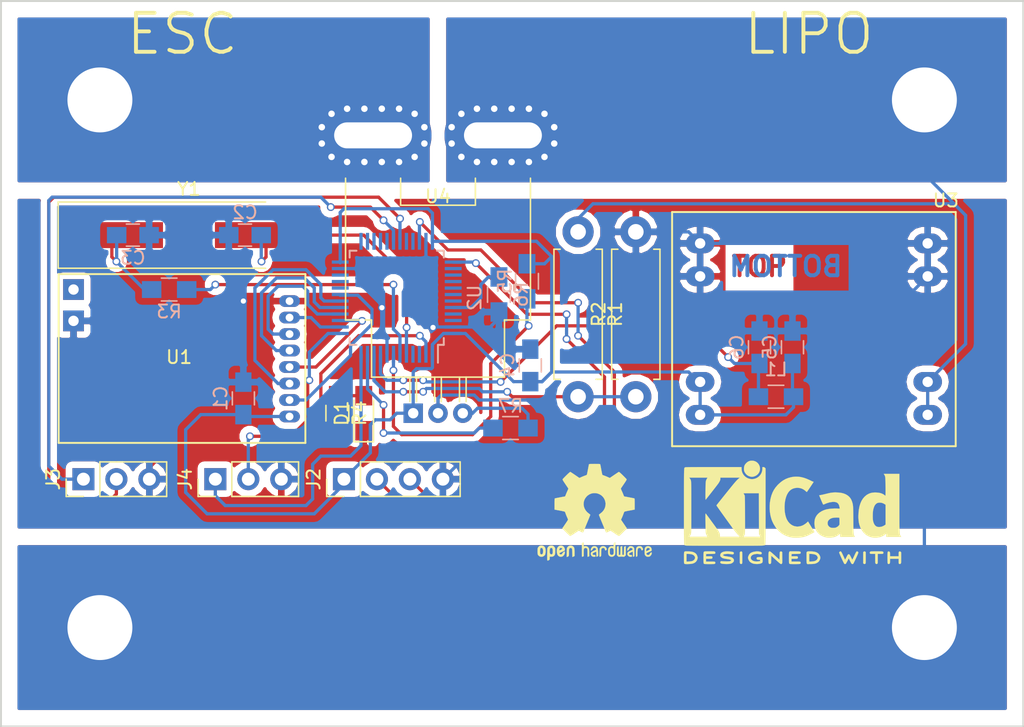
<source format=kicad_pcb>
(kicad_pcb (version 4) (host pcbnew 4.0.7)
  (layers (0 F.Cu signal) (31 B.Cu signal) (34 B.Paste user) (35 F.Paste user) (36 B.SilkS user) (37 F.SilkS user) (38 B.Mask user) (39 F.Mask user) (44 Edge.Cuts user))
  (net 0 "")
  (net 1 +3V3)
  (net 2 "Net-(C2-Pad1)")
  (net 3 "Net-(C3-Pad1)")
  (net 4 "Net-(C6-Pad2)")
  (net 5 "Net-(D1-Pad2)")
  (net 6 SYS_JTMS_SWDIO)
  (net 7 SYS_JTMS_SWCLK)
  (net 8 UART1_TX)
  (net 9 UART1_RX)
  (net 10 UART2_TX)
  (net 11 UART2_RX)
  (net 12 +BATT)
  (net 13 ADC_VOLTAGE)
  (net 14 "Net-(R3-Pad2)")
  (net 15 "Net-(R4-Pad2)")
  (net 16 "Net-(R5-Pad2)")
  (net 17 "Net-(R6-Pad2)")
  (net 18 "Net-(R7-Pad1)")
  (net 19 ADC_CURRENT)
  (net 20 CC1101_GDO0)
  (net 21 CC1101_CSN)
  (net 22 CC1101_SCK)
  (net 23 CC1101_MOSI)
  (net 24 CC1101_MISO)
  (net 25 CC1101_GDO2)
  (net 26 "Net-(U1-Pad9)")
  (net 27 "Net-(U2-Pad3)")
  (net 28 "Net-(U2-Pad4)")
  (net 29 "Net-(U2-Pad20)")
  (net 30 "Net-(U2-Pad25)")
  (net 31 "Net-(U2-Pad29)")
  (net 32 "Net-(U2-Pad32)")
  (net 33 "Net-(U2-Pad33)")
  (net 34 "Net-(U2-Pad38)")
  (net 35 "Net-(U2-Pad39)")
  (net 36 "Net-(U2-Pad40)")
  (net 37 "Net-(U2-Pad41)")
  (net 38 "Net-(U2-Pad45)")
  (net 39 "Net-(U2-Pad46)")
  (net 40 GND)
  (net 41 "Net-(J10-Pad1)")
  (net 42 "Net-(U2-Pad21)")
  (net 43 "Net-(U2-Pad22)")
  (net 44 "Net-(U2-Pad26)")
  (net 45 "Net-(U2-Pad27)")
  (net 46 "Net-(U2-Pad28)")
  (net 47 "Net-(U2-Pad42)")
  (net 48 "Net-(U2-Pad43)")
  (module "telemetry_components:E07-915MS10 module" (layer F.Cu) (at 56.515 72.136 180)
    (fp_text reference U1 (at 9.779 6.604 180) (layer F.SilkS))
    (fp_text value E07-915MS10)
    (pad 1 thru_hole oval (at 1.27 2.032 180) (size 1.6 0.9) (drill 0.6) (layers *.Cu *.Mask) (net 1 +3V3))
    (pad 2 thru_hole oval (at 1.27 3.302 180) (size 1.6 0.9) (drill 0.6) (layers *.Cu *.Mask) (net 20 CC1101_GDO0))
    (pad 3 thru_hole oval (at 1.27 4.572 180) (size 1.6 0.9) (drill 0.6) (layers *.Cu *.Mask) (net 21 CC1101_CSN))
    (pad 4 thru_hole oval (at 1.27 5.842 180) (size 1.6 0.9) (drill 0.6) (layers *.Cu *.Mask) (net 22 CC1101_SCK))
    (pad 5 thru_hole oval (at 1.27 7.112 180) (size 1.6 0.9) (drill 0.6) (layers *.Cu *.Mask) (net 23 CC1101_MOSI))
    (pad 6 thru_hole oval (at 1.27 8.382 180) (size 1.6 0.9) (drill 0.6) (layers *.Cu *.Mask) (net 24 CC1101_MISO))
    (pad 7 thru_hole oval (at 1.27 9.652 180) (size 1.6 0.9) (drill 0.6) (layers *.Cu *.Mask) (net 25 CC1101_GDO2))
    (pad 8 thru_hole oval (at 1.27 10.922 180) (size 1.6 0.9) (drill 0.6) (layers *.Cu *.Mask) (net 40 GND))
    (pad 9 thru_hole rect (at 17.907 11.811 180) (size 1.6 1.6) (drill 0.8) (layers *.Cu *.Mask) (net 26 "Net-(U1-Pad9)"))
    (pad 10 thru_hole rect (at 17.907 9.398 180) (size 1.6 1.6) (drill 0.8) (layers *.Cu *.Mask) (net 40 GND))
  )
  (module Capacitors_SMD:C_0805_HandSoldering (layer B.Cu) (at 51.689 68.707 270)
    (fp_text reference C1 (at 0 1.75 270) (layer B.SilkS) (effects (justify mirror)))
    (fp_text value 0.1)
    (pad 1 smd rect (at -1.25 0 270) (size 1.5 1.25) (layers B.Cu B.Paste B.Mask) (net 40 GND))
    (pad 2 smd rect (at 1.25 0 270) (size 1.5 1.25) (layers B.Cu B.Paste B.Mask) (net 1 +3V3))
  )
  (module Capacitors_SMD:C_0805_HandSoldering (layer B.Cu) (at 51.816 56.134 180)
    (fp_text reference C2 (at 0 1.75 180) (layer B.SilkS) (effects (justify mirror)))
    (fp_text value 32pF)
    (pad 1 smd rect (at -1.25 0 180) (size 1.5 1.25) (layers B.Cu B.Paste B.Mask) (net 2 "Net-(C2-Pad1)"))
    (pad 2 smd rect (at 1.25 0 180) (size 1.5 1.25) (layers B.Cu B.Paste B.Mask) (net 40 GND))
  )
  (module Capacitors_SMD:C_0805_HandSoldering (layer B.Cu) (at 43.18 56.134)
    (fp_text reference C3 (at 0 1.75) (layer B.SilkS) (effects (justify mirror)))
    (fp_text value 32pF)
    (pad 1 smd rect (at -1.25 0) (size 1.5 1.25) (layers B.Cu B.Paste B.Mask) (net 3 "Net-(C3-Pad1)"))
    (pad 2 smd rect (at 1.25 0) (size 1.5 1.25) (layers B.Cu B.Paste B.Mask) (net 40 GND))
  )
  (module Capacitors_SMD:C_0805_HandSoldering (layer B.Cu) (at 73.787 66.167 270)
    (fp_text reference C4 (at 0 1.75 270) (layer B.SilkS) (effects (justify mirror)))
    (fp_text value 0.1)
    (pad 1 smd rect (at -1.25 0 270) (size 1.5 1.25) (layers B.Cu B.Paste B.Mask) (net 40 GND))
    (pad 2 smd rect (at 1.25 0 270) (size 1.5 1.25) (layers B.Cu B.Paste B.Mask) (net 1 +3V3))
  )
  (module Capacitors_SMD:C_0805_HandSoldering (layer B.Cu) (at 93.98 64.77 270)
    (fp_text reference C5 (at 0 1.75 270) (layer B.SilkS) (effects (justify mirror)))
    (fp_text value 0.1)
    (pad 1 smd rect (at -1.25 0 270) (size 1.5 1.25) (layers B.Cu B.Paste B.Mask) (net 40 GND))
    (pad 2 smd rect (at 1.25 0 270) (size 1.5 1.25) (layers B.Cu B.Paste B.Mask) (net 1 +3V3))
  )
  (module Capacitors_SMD:C_0805_HandSoldering (layer B.Cu) (at 91.44 64.77 270)
    (fp_text reference C6 (at 0 1.75 270) (layer B.SilkS) (effects (justify mirror)))
    (fp_text value 1mF)
    (pad 1 smd rect (at -1.25 0 270) (size 1.5 1.25) (layers B.Cu B.Paste B.Mask) (net 40 GND))
    (pad 2 smd rect (at 1.25 0 270) (size 1.5 1.25) (layers B.Cu B.Paste B.Mask) (net 4 "Net-(C6-Pad2)"))
  )
  (module LEDs:LED_0805_HandSoldering (layer F.Cu) (at 60.96 69.85 90)
    (fp_text reference D1 (at 0 -1.7 90) (layer F.SilkS))
    (fp_text value LED)
    (pad 1 smd rect (at -1.35 0 90) (size 1.5 1.3) (layers F.Cu F.Paste F.Mask) (net 40 GND))
    (pad 2 smd rect (at 1.35 0 90) (size 1.5 1.3) (layers F.Cu F.Paste F.Mask) (net 5 "Net-(D1-Pad2)"))
  )
  (module Pin_Headers:Pin_Header_Straight_1x04_Pitch2.54mm (layer F.Cu) (at 59.436 74.93 90)
    (fp_text reference J2 (at 0 -2.33 90) (layer F.SilkS))
    (fp_text value SWD)
    (pad 1 thru_hole rect (at 0 0 90) (size 1.7 1.7) (drill 1) (layers *.Cu *.Mask) (net 1 +3V3))
    (pad 2 thru_hole oval (at 0 2.54 90) (size 1.7 1.7) (drill 1) (layers *.Cu *.Mask) (net 6 SYS_JTMS_SWDIO))
    (pad 3 thru_hole oval (at 0 5.08 90) (size 1.7 1.7) (drill 1) (layers *.Cu *.Mask) (net 7 SYS_JTMS_SWCLK))
    (pad 4 thru_hole oval (at 0 7.62 90) (size 1.7 1.7) (drill 1) (layers *.Cu *.Mask) (net 40 GND))
  )
  (module Pin_Headers:Pin_Header_Straight_1x03_Pitch2.54mm (layer F.Cu) (at 39.37 74.93 90)
    (fp_text reference J3 (at 0 -2.33 90) (layer F.SilkS))
    (fp_text value SYSLOG_UART1)
    (pad 1 thru_hole rect (at 0 0 90) (size 1.7 1.7) (drill 1) (layers *.Cu *.Mask) (net 8 UART1_TX))
    (pad 2 thru_hole oval (at 0 2.54 90) (size 1.7 1.7) (drill 1) (layers *.Cu *.Mask) (net 9 UART1_RX))
    (pad 3 thru_hole oval (at 0 5.08 90) (size 1.7 1.7) (drill 1) (layers *.Cu *.Mask) (net 40 GND))
  )
  (module Pin_Headers:Pin_Header_Straight_1x03_Pitch2.54mm (layer F.Cu) (at 49.53 74.93 90)
    (fp_text reference J4 (at 0 -2.33 90) (layer F.SilkS))
    (fp_text value UART2)
    (pad 1 thru_hole rect (at 0 0 90) (size 1.7 1.7) (drill 1) (layers *.Cu *.Mask) (net 10 UART2_TX))
    (pad 2 thru_hole oval (at 0 2.54 90) (size 1.7 1.7) (drill 1) (layers *.Cu *.Mask) (net 11 UART2_RX))
    (pad 3 thru_hole oval (at 0 5.08 90) (size 1.7 1.7) (drill 1) (layers *.Cu *.Mask) (net 40 GND))
  )
  (module Inductors_SMD:L_0805_HandSoldering (layer B.Cu) (at 92.71 68.58 180)
    (fp_text reference L1 (at 0 2.1 180) (layer B.SilkS) (effects (justify mirror)))
    (fp_text value Ferrite_Bead)
    (pad 1 smd rect (at -1.35 0 180) (size 1.5 1.3) (layers B.Cu B.Paste B.Mask) (net 1 +3V3))
    (pad 2 smd rect (at 1.35 0 180) (size 1.5 1.3) (layers B.Cu B.Paste B.Mask) (net 4 "Net-(C6-Pad2)"))
  )
  (module Resistors_THT:R_Axial_DIN0411_L9.9mm_D3.6mm_P12.70mm_Horizontal (layer F.Cu) (at 77.47 55.88 270)
    (fp_text reference R1 (at 6.35 -2.86 270) (layer F.SilkS))
    (fp_text value 12k)
    (pad 1 thru_hole circle (at 0 0 270) (size 2.4 2.4) (drill 1.2) (layers *.Cu *.Mask) (net 12 +BATT))
    (pad 2 thru_hole oval (at 12.7 0 270) (size 2.4 2.4) (drill 1.2) (layers *.Cu *.Mask) (net 13 ADC_VOLTAGE))
  )
  (module Resistors_THT:R_Axial_DIN0411_L9.9mm_D3.6mm_P12.70mm_Horizontal (layer F.Cu) (at 81.915 68.58 90)
    (fp_text reference R2 (at 6.35 -2.86 90) (layer F.SilkS))
    (fp_text value 1k7)
    (pad 1 thru_hole circle (at 0 0 90) (size 2.4 2.4) (drill 1.2) (layers *.Cu *.Mask) (net 13 ADC_VOLTAGE))
    (pad 2 thru_hole oval (at 12.7 0 90) (size 2.4 2.4) (drill 1.2) (layers *.Cu *.Mask) (net 40 GND))
  )
  (module Resistors_SMD:R_0805_HandSoldering (layer B.Cu) (at 45.974 60.325)
    (fp_text reference R3 (at 0 1.7) (layer B.SilkS) (effects (justify mirror)))
    (fp_text value 200)
    (pad 1 smd rect (at -1.35 0) (size 1.5 1.3) (layers B.Cu B.Paste B.Mask) (net 3 "Net-(C3-Pad1)"))
    (pad 2 smd rect (at 1.35 0) (size 1.5 1.3) (layers B.Cu B.Paste B.Mask) (net 14 "Net-(R3-Pad2)"))
  )
  (module Resistors_SMD:R_0805_HandSoldering (layer F.Cu) (at 58.928 69.85 270)
    (fp_text reference R4 (at 0 -1.7 270) (layer F.SilkS))
    (fp_text value 100)
    (pad 1 smd rect (at -1.35 0 270) (size 1.5 1.3) (layers F.Cu F.Paste F.Mask) (net 5 "Net-(D1-Pad2)"))
    (pad 2 smd rect (at 1.35 0 270) (size 1.5 1.3) (layers F.Cu F.Paste F.Mask) (net 15 "Net-(R4-Pad2)"))
  )
  (module Resistors_SMD:R_0805_HandSoldering (layer B.Cu) (at 73.533 59.69 270)
    (fp_text reference R5 (at 0 1.7 270) (layer B.SilkS) (effects (justify mirror)))
    (fp_text value 10k)
    (pad 1 smd rect (at -1.35 0 270) (size 1.5 1.3) (layers B.Cu B.Paste B.Mask) (net 1 +3V3))
    (pad 2 smd rect (at 1.35 0 270) (size 1.5 1.3) (layers B.Cu B.Paste B.Mask) (net 16 "Net-(R5-Pad2)"))
  )
  (module Resistors_SMD:R_0805_HandSoldering (layer B.Cu) (at 71.374 60.706 90)
    (fp_text reference R6 (at 0 1.7 90) (layer B.SilkS) (effects (justify mirror)))
    (fp_text value 10k)
    (pad 1 smd rect (at -1.35 0 90) (size 1.5 1.3) (layers B.Cu B.Paste B.Mask) (net 40 GND))
    (pad 2 smd rect (at 1.35 0 90) (size 1.5 1.3) (layers B.Cu B.Paste B.Mask) (net 17 "Net-(R6-Pad2)"))
  )
  (module Resistors_SMD:R_0805_HandSoldering (layer B.Cu) (at 72.263 70.993 180)
    (fp_text reference R7 (at 0 1.7 180) (layer B.SilkS) (effects (justify mirror)))
    (fp_text value 100)
    (pad 1 smd rect (at -1.35 0 180) (size 1.5 1.3) (layers B.Cu B.Paste B.Mask) (net 18 "Net-(R7-Pad1)"))
    (pad 2 smd rect (at 1.35 0 180) (size 1.5 1.3) (layers B.Cu B.Paste B.Mask) (net 19 ADC_CURRENT))
  )
  (module Housings_QFP:LQFP-48_7x7mm_Pitch0.5mm (layer B.Cu) (at 63.5 60.96 90)
    (fp_text reference U2 (at 0 6 90) (layer B.SilkS) (effects (justify mirror)))
    (fp_text value STM32F103C8Tx)
    (pad 1 smd rect (at -4.35 2.75 90) (size 1.3 0.25) (layers B.Cu B.Paste B.Mask) (net 1 +3V3))
    (pad 2 smd rect (at -4.35 2.25 90) (size 1.3 0.25) (layers B.Cu B.Paste B.Mask) (net 15 "Net-(R4-Pad2)"))
    (pad 3 smd rect (at -4.35 1.75 90) (size 1.3 0.25) (layers B.Cu B.Paste B.Mask) (net 27 "Net-(U2-Pad3)"))
    (pad 4 smd rect (at -4.35 1.25 90) (size 1.3 0.25) (layers B.Cu B.Paste B.Mask) (net 28 "Net-(U2-Pad4)"))
    (pad 5 smd rect (at -4.35 0.75 90) (size 1.3 0.25) (layers B.Cu B.Paste B.Mask) (net 2 "Net-(C2-Pad1)"))
    (pad 6 smd rect (at -4.35 0.25 90) (size 1.3 0.25) (layers B.Cu B.Paste B.Mask) (net 14 "Net-(R3-Pad2)"))
    (pad 7 smd rect (at -4.35 -0.25 90) (size 1.3 0.25) (layers B.Cu B.Paste B.Mask) (net 16 "Net-(R5-Pad2)"))
    (pad 8 smd rect (at -4.35 -0.75 90) (size 1.3 0.25) (layers B.Cu B.Paste B.Mask) (net 40 GND))
    (pad 9 smd rect (at -4.35 -1.25 90) (size 1.3 0.25) (layers B.Cu B.Paste B.Mask) (net 4 "Net-(C6-Pad2)"))
    (pad 10 smd rect (at -4.35 -1.75 90) (size 1.3 0.25) (layers B.Cu B.Paste B.Mask) (net 13 ADC_VOLTAGE))
    (pad 11 smd rect (at -4.35 -2.25 90) (size 1.3 0.25) (layers B.Cu B.Paste B.Mask) (net 19 ADC_CURRENT))
    (pad 12 smd rect (at -4.35 -2.75 90) (size 1.3 0.25) (layers B.Cu B.Paste B.Mask) (net 10 UART2_TX))
    (pad 13 smd rect (at -2.75 -4.35) (size 1.3 0.25) (layers B.Cu B.Paste B.Mask) (net 11 UART2_RX))
    (pad 14 smd rect (at -2.25 -4.35) (size 1.3 0.25) (layers B.Cu B.Paste B.Mask) (net 25 CC1101_GDO2))
    (pad 15 smd rect (at -1.75 -4.35) (size 1.3 0.25) (layers B.Cu B.Paste B.Mask) (net 22 CC1101_SCK))
    (pad 16 smd rect (at -1.25 -4.35) (size 1.3 0.25) (layers B.Cu B.Paste B.Mask) (net 24 CC1101_MISO))
    (pad 17 smd rect (at -0.75 -4.35) (size 1.3 0.25) (layers B.Cu B.Paste B.Mask) (net 23 CC1101_MOSI))
    (pad 18 smd rect (at -0.25 -4.35) (size 1.3 0.25) (layers B.Cu B.Paste B.Mask) (net 21 CC1101_CSN))
    (pad 19 smd rect (at 0.25 -4.35) (size 1.3 0.25) (layers B.Cu B.Paste B.Mask) (net 20 CC1101_GDO0))
    (pad 20 smd rect (at 0.75 -4.35) (size 1.3 0.25) (layers B.Cu B.Paste B.Mask) (net 29 "Net-(U2-Pad20)"))
    (pad 21 smd rect (at 1.25 -4.35) (size 1.3 0.25) (layers B.Cu B.Paste B.Mask) (net 42 "Net-(U2-Pad21)"))
    (pad 22 smd rect (at 1.75 -4.35) (size 1.3 0.25) (layers B.Cu B.Paste B.Mask) (net 43 "Net-(U2-Pad22)"))
    (pad 23 smd rect (at 2.25 -4.35) (size 1.3 0.25) (layers B.Cu B.Paste B.Mask) (net 40 GND))
    (pad 24 smd rect (at 2.75 -4.35) (size 1.3 0.25) (layers B.Cu B.Paste B.Mask) (net 1 +3V3))
    (pad 25 smd rect (at 4.35 -2.75 90) (size 1.3 0.25) (layers B.Cu B.Paste B.Mask) (net 30 "Net-(U2-Pad25)"))
    (pad 26 smd rect (at 4.35 -2.25 90) (size 1.3 0.25) (layers B.Cu B.Paste B.Mask) (net 44 "Net-(U2-Pad26)"))
    (pad 27 smd rect (at 4.35 -1.75 90) (size 1.3 0.25) (layers B.Cu B.Paste B.Mask) (net 45 "Net-(U2-Pad27)"))
    (pad 28 smd rect (at 4.35 -1.25 90) (size 1.3 0.25) (layers B.Cu B.Paste B.Mask) (net 46 "Net-(U2-Pad28)"))
    (pad 29 smd rect (at 4.35 -0.75 90) (size 1.3 0.25) (layers B.Cu B.Paste B.Mask) (net 31 "Net-(U2-Pad29)"))
    (pad 30 smd rect (at 4.35 -0.25 90) (size 1.3 0.25) (layers B.Cu B.Paste B.Mask) (net 8 UART1_TX))
    (pad 31 smd rect (at 4.35 0.25 90) (size 1.3 0.25) (layers B.Cu B.Paste B.Mask) (net 9 UART1_RX))
    (pad 32 smd rect (at 4.35 0.75 90) (size 1.3 0.25) (layers B.Cu B.Paste B.Mask) (net 32 "Net-(U2-Pad32)"))
    (pad 33 smd rect (at 4.35 1.25 90) (size 1.3 0.25) (layers B.Cu B.Paste B.Mask) (net 33 "Net-(U2-Pad33)"))
    (pad 34 smd rect (at 4.35 1.75 90) (size 1.3 0.25) (layers B.Cu B.Paste B.Mask) (net 6 SYS_JTMS_SWDIO))
    (pad 35 smd rect (at 4.35 2.25 90) (size 1.3 0.25) (layers B.Cu B.Paste B.Mask) (net 40 GND))
    (pad 36 smd rect (at 4.35 2.75 90) (size 1.3 0.25) (layers B.Cu B.Paste B.Mask) (net 1 +3V3))
    (pad 37 smd rect (at 2.75 4.35) (size 1.3 0.25) (layers B.Cu B.Paste B.Mask) (net 7 SYS_JTMS_SWCLK))
    (pad 38 smd rect (at 2.25 4.35) (size 1.3 0.25) (layers B.Cu B.Paste B.Mask) (net 34 "Net-(U2-Pad38)"))
    (pad 39 smd rect (at 1.75 4.35) (size 1.3 0.25) (layers B.Cu B.Paste B.Mask) (net 35 "Net-(U2-Pad39)"))
    (pad 40 smd rect (at 1.25 4.35) (size 1.3 0.25) (layers B.Cu B.Paste B.Mask) (net 36 "Net-(U2-Pad40)"))
    (pad 41 smd rect (at 0.75 4.35) (size 1.3 0.25) (layers B.Cu B.Paste B.Mask) (net 37 "Net-(U2-Pad41)"))
    (pad 42 smd rect (at 0.25 4.35) (size 1.3 0.25) (layers B.Cu B.Paste B.Mask) (net 47 "Net-(U2-Pad42)"))
    (pad 43 smd rect (at -0.25 4.35) (size 1.3 0.25) (layers B.Cu B.Paste B.Mask) (net 48 "Net-(U2-Pad43)"))
    (pad 44 smd rect (at -0.75 4.35) (size 1.3 0.25) (layers B.Cu B.Paste B.Mask) (net 17 "Net-(R6-Pad2)"))
    (pad 45 smd rect (at -1.25 4.35) (size 1.3 0.25) (layers B.Cu B.Paste B.Mask) (net 38 "Net-(U2-Pad45)"))
    (pad 46 smd rect (at -1.75 4.35) (size 1.3 0.25) (layers B.Cu B.Paste B.Mask) (net 39 "Net-(U2-Pad46)"))
    (pad 47 smd rect (at -2.25 4.35) (size 1.3 0.25) (layers B.Cu B.Paste B.Mask) (net 40 GND))
    (pad 48 smd rect (at -2.75 4.35) (size 1.3 0.25) (layers B.Cu B.Paste B.Mask) (net 1 +3V3))
  )
  (module telemetry_components:3V3MODULE (layer F.Cu) (at 104.394 56.769 180)
    (fp_text reference U3 (at -1.397 3.302 180) (layer F.SilkS))
    (fp_text value 3V3MODULE)
    (pad 7 thru_hole oval (at 17.526 -10.668 180) (size 2.2 1.524) (drill 0.8) (layers *.Cu *.Mask) (net 1 +3V3))
    (pad 8 thru_hole oval (at 17.526 -13.208 180) (size 2.2 1.524) (drill 0.8) (layers *.Cu *.Mask) (net 1 +3V3))
    (pad 6 thru_hole oval (at 17.526 -2.54 180) (size 2.2 1.524) (drill 0.8) (layers *.Cu *.Mask) (net 40 GND))
    (pad 5 thru_hole oval (at 17.526 0 180) (size 2.2 1.524) (drill 0.8) (layers *.Cu *.Mask) (net 40 GND))
    (pad 4 thru_hole oval (at 0 0 180) (size 2.2 1.524) (drill 0.8) (layers *.Cu *.Mask) (net 40 GND))
    (pad 3 thru_hole oval (at 0 -2.54 180) (size 2.2 1.524) (drill 0.8) (layers *.Cu *.Mask) (net 40 GND))
    (pad 1 thru_hole oval (at 0 -13.208 180) (size 2.2 1.524) (drill 0.8) (layers *.Cu *.Mask) (net 12 +BATT))
    (pad 2 thru_hole oval (at 0 -10.668 180) (size 2.2 1.524) (drill 0.8) (layers *.Cu *.Mask) (net 12 +BATT))
  )
  (module TO_SOT_Packages_THT:Allegro_CB_PFF (layer F.Cu) (at 64.77 69.85)
    (fp_text reference U4 (at 1.91 -16.7) (layer F.SilkS))
    (fp_text value ACS758xCB-200B-PFF)
    (pad 4 thru_hole circle (at 10.86 -20.77) (size 0.8 0.8) (drill 0.5) (layers *.Cu *.Mask) (net 12 +BATT))
    (pad 4 thru_hole circle (at 4.91 -23.45) (size 0.8 0.8) (drill 0.5) (layers *.Cu *.Mask) (net 12 +BATT))
    (pad 4 thru_hole circle (at 6.24 -23.45) (size 0.8 0.8) (drill 0.5) (layers *.Cu *.Mask) (net 12 +BATT))
    (pad 4 thru_hole circle (at 7.58 -23.45) (size 0.8 0.8) (drill 0.5) (layers *.Cu *.Mask) (net 12 +BATT))
    (pad 4 thru_hole circle (at 8.91 -23.45) (size 0.8 0.8) (drill 0.5) (layers *.Cu *.Mask) (net 12 +BATT))
    (pad 4 thru_hole circle (at 4.91 -19.35) (size 0.8 0.8) (drill 0.5) (layers *.Cu *.Mask) (net 12 +BATT))
    (pad 4 thru_hole circle (at 6.24 -19.35) (size 0.8 0.8) (drill 0.5) (layers *.Cu *.Mask) (net 12 +BATT))
    (pad 4 thru_hole circle (at 7.58 -19.35) (size 0.8 0.8) (drill 0.5) (layers *.Cu *.Mask) (net 12 +BATT))
    (pad 4 thru_hole circle (at 8.91 -19.35) (size 0.8 0.8) (drill 0.5) (layers *.Cu *.Mask) (net 12 +BATT))
    (pad 4 thru_hole circle (at 10.86 -22.03) (size 0.8 0.8) (drill 0.5) (layers *.Cu *.Mask) (net 12 +BATT))
    (pad 4 thru_hole circle (at 10.11 -23.06) (size 0.8 0.8) (drill 0.5) (layers *.Cu *.Mask) (net 12 +BATT))
    (pad 4 thru_hole circle (at 10.11 -19.74) (size 0.8 0.8) (drill 0.5) (layers *.Cu *.Mask) (net 12 +BATT))
    (pad 4 thru_hole oval (at 2.96 -22.03 65) (size 0.8 0.8) (drill 0.5) (layers *.Cu *.Mask) (net 12 +BATT))
    (pad 4 thru_hole oval (at 2.96 -20.77 295) (size 0.8 0.8) (drill 0.5) (layers *.Cu *.Mask) (net 12 +BATT))
    (pad 4 thru_hole circle (at 3.71 -23.06) (size 0.8 0.8) (drill 0.5) (layers *.Cu *.Mask) (net 12 +BATT))
    (pad 4 thru_hole circle (at 3.71 -19.74) (size 0.8 0.8) (drill 0.5) (layers *.Cu *.Mask) (net 12 +BATT))
    (pad 5 thru_hole circle (at -1.09 -23.45) (size 0.8 0.8) (drill 0.5) (layers *.Cu *.Mask) (net 41 "Net-(J10-Pad1)"))
    (pad 5 thru_hole circle (at -5.09 -23.45) (size 0.8 0.8) (drill 0.5) (layers *.Cu *.Mask) (net 41 "Net-(J10-Pad1)"))
    (pad 5 thru_hole circle (at -3.76 -23.45) (size 0.8 0.8) (drill 0.5) (layers *.Cu *.Mask) (net 41 "Net-(J10-Pad1)"))
    (pad 5 thru_hole circle (at -2.42 -23.45) (size 0.8 0.8) (drill 0.5) (layers *.Cu *.Mask) (net 41 "Net-(J10-Pad1)"))
    (pad 5 thru_hole circle (at -5.09 -19.35) (size 0.8 0.8) (drill 0.5) (layers *.Cu *.Mask) (net 41 "Net-(J10-Pad1)"))
    (pad 5 thru_hole circle (at -1.09 -19.35) (size 0.8 0.8) (drill 0.5) (layers *.Cu *.Mask) (net 41 "Net-(J10-Pad1)"))
    (pad 5 thru_hole circle (at -3.76 -19.35) (size 0.8 0.8) (drill 0.5) (layers *.Cu *.Mask) (net 41 "Net-(J10-Pad1)"))
    (pad 5 thru_hole circle (at -2.42 -19.35) (size 0.8 0.8) (drill 0.5) (layers *.Cu *.Mask) (net 41 "Net-(J10-Pad1)"))
    (pad 5 thru_hole circle (at -6.29 -23.06) (size 0.8 0.8) (drill 0.5) (layers *.Cu *.Mask) (net 41 "Net-(J10-Pad1)"))
    (pad 5 thru_hole circle (at -6.29 -19.74) (size 0.8 0.8) (drill 0.5) (layers *.Cu *.Mask) (net 41 "Net-(J10-Pad1)"))
    (pad 5 thru_hole circle (at -7.04 -20.77) (size 0.8 0.8) (drill 0.5) (layers *.Cu *.Mask) (net 41 "Net-(J10-Pad1)"))
    (pad 5 thru_hole circle (at -7.04 -22.03) (size 0.8 0.8) (drill 0.5) (layers *.Cu *.Mask) (net 41 "Net-(J10-Pad1)"))
    (pad 5 thru_hole circle (at 0.11 -23.06) (size 0.8 0.8) (drill 0.5) (layers *.Cu *.Mask) (net 41 "Net-(J10-Pad1)"))
    (pad 5 thru_hole circle (at 0.11 -19.74) (size 0.8 0.8) (drill 0.5) (layers *.Cu *.Mask) (net 41 "Net-(J10-Pad1)"))
    (pad 5 thru_hole oval (at 0.86 -20.77 65) (size 0.8 0.8) (drill 0.5) (layers *.Cu *.Mask) (net 41 "Net-(J10-Pad1)"))
    (pad 5 thru_hole oval (at 0.86 -22.03 295) (size 0.8 0.8) (drill 0.5) (layers *.Cu *.Mask) (net 41 "Net-(J10-Pad1)"))
    (pad 2 thru_hole circle (at 1.91 0) (size 1.5 1.5) (drill 0.8) (layers *.Cu *.Mask) (net 40 GND))
    (pad 3 thru_hole circle (at 3.82 0) (size 1.5 1.5) (drill 0.8) (layers *.Cu *.Mask) (net 18 "Net-(R7-Pad1)"))
    (pad 1 thru_hole trapezoid (at 0 0) (size 1.5 1.5) (drill 0.8) (layers *.Cu *.Mask) (net 1 +3V3))
    (pad 4 thru_hole oval (at 6.91 -21.4) (size 9 6) (drill oval 6 2) (layers *.Cu *.Mask) (net 12 +BATT))
    (pad 5 thru_hole oval (at -3.09 -21.4) (size 9 6) (drill oval 6 2) (layers *.Cu *.Mask) (net 41 "Net-(J10-Pad1)"))
  )
  (module Crystals:Crystal_SMD_HC49-SD_HandSoldering (layer F.Cu) (at 47.498 56.134)
    (fp_text reference Y1 (at 0 -3.55) (layer F.SilkS))
    (fp_text value 12MHz)
    (pad 1 smd rect (at -5.9375 0) (size 7.875 2) (layers F.Cu F.Paste F.Mask) (net 3 "Net-(C3-Pad1)"))
    (pad 2 smd rect (at 5.9375 0) (size 7.875 2) (layers F.Cu F.Paste F.Mask) (net 2 "Net-(C2-Pad1)"))
  )
  (module telemetry_components:Solder_Terminal_Large (layer F.Cu) (at 40.64 86.36)
    (fp_text reference J7 hide)
    (fp_text value SolderPad hide)
    (pad 1 thru_hole circle (at 0 0) (size 11 11) (drill 5) (layers *.Cu *.Mask) (net 40 GND))
  )
  (module telemetry_components:Solder_Terminal_Large (layer F.Cu) (at 104.14 86.36)
    (fp_text reference J8 hide)
    (fp_text value SolderPad hide)
    (pad 1 thru_hole circle (at 0 0) (size 11 11) (drill 5) (layers *.Cu *.Mask) (net 40 GND))
  )
  (module telemetry_components:Solder_Terminal_Large (layer F.Cu) (at 104.14 45.72)
    (fp_text reference J9 hide)
    (fp_text value SolderPad hide)
    (pad 1 thru_hole circle (at 0 0) (size 11 11) (drill 5) (layers *.Cu *.Mask) (net 12 +BATT))
  )
  (module telemetry_components:Solder_Terminal_Large (layer F.Cu) (at 40.64 45.72)
    (fp_text reference J10 hide)
    (fp_text value SolderPad hide)
    (pad 1 thru_hole circle (at 0 0) (size 11 11) (drill 5) (layers *.Cu *.Mask) (net 41 "Net-(J10-Pad1)"))
  )
  (module Symbols:OSHW-Logo2_9.8x8mm_SilkScreen (layer F.Cu) (at 78.74 77.47)
    (fp_text reference REF*** hide)
    (fp_text value OSHW-Logo2_9.8x8mm_SilkScreen hide)
  )
  (module Symbols:KiCad-Logo2_8mm_SilkScreen (layer F.Cu) (at 93.98 77.47)
    (fp_text reference REF*** hide)
    (fp_text value KiCad-Logo2_8mm_SilkScreen hide)
  )
  (gr_text BOTTOM (at 93.472 58.547) (layer B.Cu) (effects (font (size 1.5 1.5) (thickness 0.3)) (justify mirror)))
  (gr_text TOP (at 91.44 58.547) (layer F.Cu) (effects (font (size 1.5 1.5) (thickness 0.3))))
  (gr_text LIPO (at 95.25 40.64) (layer F.SilkS) (effects (font (size 3 3) (thickness 0.3))))
  (gr_text ESC (at 46.99 40.64) (layer F.SilkS) (effects (font (size 3 3) (thickness 0.3))))
  (gr_line (start 33.02 93.98) (end 33.02 38.1) (angle 90) (layer Edge.Cuts) (width 0.15))
  (gr_line (start 111.76 93.98) (end 33.02 93.98) (angle 90) (layer Edge.Cuts) (width 0.15))
  (gr_line (start 111.76 38.1) (end 111.76 93.98) (angle 90) (layer Edge.Cuts) (width 0.15))
  (gr_line (start 111.76 38.1) (end 33.02 38.1) (angle 90) (layer Edge.Cuts) (width 0.15))
  (gr_line (start 33.02 38.1) (end 111.76 38.1) (angle 90) (layer Edge.Cuts) (width 0.15))
  (segment (start 59.436 74.93) (end 59.436 75.311) (width 0.25) (layer B.Cu) (net 1))
  (segment (start 59.436 75.311) (end 57.15 77.597) (width 0.25) (layer B.Cu) (net 1))
  (segment (start 48.407 69.957) (end 51.689 69.957) (width 0.25) (layer B.Cu) (net 1))
  (segment (start 47.244 71.12) (end 48.407 69.957) (width 0.25) (layer B.Cu) (net 1))
  (segment (start 47.244 75.946) (end 47.244 71.12) (width 0.25) (layer B.Cu) (net 1))
  (segment (start 48.895 77.597) (end 47.244 75.946) (width 0.25) (layer B.Cu) (net 1))
  (segment (start 57.15 77.597) (end 48.895 77.597) (width 0.25) (layer B.Cu) (net 1))
  (segment (start 64.77 69.85) (end 63.5 69.85) (width 0.25) (layer B.Cu) (net 1))
  (segment (start 61.468 72.898) (end 59.436 74.93) (width 0.25) (layer B.Cu) (net 1))
  (segment (start 61.468 70.739) (end 61.468 72.898) (width 0.25) (layer B.Cu) (net 1))
  (segment (start 61.849 70.358) (end 61.468 70.739) (width 0.25) (layer B.Cu) (net 1))
  (segment (start 62.992 70.358) (end 61.849 70.358) (width 0.25) (layer B.Cu) (net 1))
  (segment (start 63.5 69.85) (end 62.992 70.358) (width 0.25) (layer B.Cu) (net 1))
  (segment (start 64.77 69.85) (end 64.389 69.85) (width 0.25) (layer B.Cu) (net 1))
  (segment (start 64.77 69.85) (end 64.77 66.675) (width 0.25) (layer B.Cu) (net 1))
  (segment (start 66.25 66.338) (end 66.25 65.31) (width 0.25) (layer B.Cu) (net 1))
  (segment (start 66.167 66.421) (end 66.25 66.338) (width 0.25) (layer B.Cu) (net 1))
  (segment (start 65.024 66.421) (end 66.167 66.421) (width 0.25) (layer B.Cu) (net 1))
  (segment (start 64.77 66.675) (end 65.024 66.421) (width 0.25) (layer B.Cu) (net 1))
  (segment (start 86.868 67.437) (end 86.741 67.437) (width 0.25) (layer B.Cu) (net 1))
  (segment (start 86.741 67.437) (end 85.979 66.675) (width 0.25) (layer B.Cu) (net 1))
  (segment (start 85.979 66.675) (end 75.438 66.675) (width 0.25) (layer B.Cu) (net 1))
  (segment (start 75.438 66.675) (end 74.696 67.417) (width 0.25) (layer B.Cu) (net 1))
  (segment (start 74.696 67.417) (end 73.787 67.417) (width 0.25) (layer B.Cu) (net 1))
  (segment (start 55.245 70.104) (end 51.836 70.104) (width 0.25) (layer B.Cu) (net 1))
  (segment (start 51.836 70.104) (end 51.689 69.957) (width 0.25) (layer B.Cu) (net 1))
  (segment (start 59.436 74.93) (end 58.928 74.93) (width 0.25) (layer B.Cu) (net 1))
  (segment (start 73.533 58.34) (end 74.883 58.34) (width 0.25) (layer B.Cu) (net 1))
  (segment (start 74.883 58.34) (end 75.438 57.785) (width 0.25) (layer B.Cu) (net 1))
  (segment (start 86.868 69.977) (end 93.472 69.977) (width 0.25) (layer B.Cu) (net 1))
  (segment (start 93.472 69.977) (end 94.06 69.389) (width 0.25) (layer B.Cu) (net 1))
  (segment (start 94.06 69.389) (end 94.06 68.58) (width 0.25) (layer B.Cu) (net 1))
  (segment (start 86.868 69.977) (end 86.868 67.437) (width 0.25) (layer B.Cu) (net 1))
  (segment (start 93.98 66.02) (end 93.98 68.5) (width 0.25) (layer B.Cu) (net 1))
  (segment (start 93.98 68.5) (end 94.06 68.58) (width 0.25) (layer B.Cu) (net 1))
  (segment (start 86.868 69.977) (end 86.233 69.977) (width 0.25) (layer B.Cu) (net 1))
  (segment (start 66.25 56.61) (end 74.263 56.61) (width 0.25) (layer B.Cu) (net 1))
  (segment (start 74.696 67.417) (end 73.787 67.417) (width 0.25) (layer B.Cu) (net 1))
  (segment (start 75.438 66.675) (end 74.696 67.417) (width 0.25) (layer B.Cu) (net 1))
  (segment (start 75.438 57.785) (end 75.438 66.675) (width 0.25) (layer B.Cu) (net 1))
  (segment (start 74.263 56.61) (end 75.438 57.785) (width 0.25) (layer B.Cu) (net 1))
  (segment (start 67.85 63.71) (end 68.79 63.71) (width 0.25) (layer B.Cu) (net 1))
  (segment (start 68.79 63.71) (end 72.497 67.417) (width 0.25) (layer B.Cu) (net 1))
  (segment (start 72.497 67.417) (end 73.787 67.417) (width 0.25) (layer B.Cu) (net 1))
  (segment (start 66.25 56.61) (end 66.25 54.439) (width 0.25) (layer B.Cu) (net 1))
  (segment (start 59.15 54.388) (end 59.15 58.259998) (width 0.25) (layer B.Cu) (net 1))
  (segment (start 59.436 54.102) (end 59.15 54.388) (width 0.25) (layer B.Cu) (net 1))
  (segment (start 65.913 54.102) (end 59.436 54.102) (width 0.25) (layer B.Cu) (net 1))
  (segment (start 66.25 54.439) (end 65.913 54.102) (width 0.25) (layer B.Cu) (net 1))
  (segment (start 59.15 58.259998) (end 59.15 58.21) (width 0.25) (layer B.Cu) (net 1))
  (segment (start 64.516 70.104) (end 64.77 69.85) (width 0.25) (layer B.Cu) (net 1))
  (segment (start 66.25 65.31) (end 66.25 64.56) (width 0.25) (layer B.Cu) (net 1))
  (segment (start 66.25 64.56) (end 67.1 63.71) (width 0.25) (layer B.Cu) (net 1))
  (segment (start 67.1 63.71) (end 67.85 63.71) (width 0.25) (layer B.Cu) (net 1))
  (segment (start 53.4355 56.134) (end 53.4355 57.8165) (width 0.25) (layer F.Cu) (net 2))
  (segment (start 53.066 58.146) (end 53.066 56.134) (width 0.25) (layer B.Cu) (net 2))
  (segment (start 53.086 58.166) (end 53.066 58.146) (width 0.25) (layer B.Cu) (net 2))
  (via (at 53.086 58.166) (size 0.6) (drill 0.4) (layers F.Cu B.Cu) (net 2))
  (segment (start 53.4355 57.8165) (end 53.086 58.166) (width 0.25) (layer F.Cu) (net 2))
  (segment (start 64.25 63.258) (end 64.25 65.31) (width 0.25) (layer B.Cu) (net 2))
  (segment (start 64.262 63.246) (end 64.25 63.258) (width 0.25) (layer B.Cu) (net 2))
  (via (at 64.262 63.246) (size 0.6) (drill 0.4) (layers F.Cu B.Cu) (net 2))
  (segment (start 64.262 59.436) (end 64.262 63.246) (width 0.25) (layer F.Cu) (net 2))
  (segment (start 60.96 56.134) (end 64.262 59.436) (width 0.25) (layer F.Cu) (net 2))
  (segment (start 53.4355 56.134) (end 60.96 56.134) (width 0.25) (layer F.Cu) (net 2))
  (segment (start 44.624 60.325) (end 44.069 60.325) (width 0.25) (layer B.Cu) (net 3))
  (segment (start 44.069 60.325) (end 41.91 58.166) (width 0.25) (layer B.Cu) (net 3))
  (segment (start 41.93 56.134) (end 41.93 58.146) (width 0.25) (layer B.Cu) (net 3))
  (segment (start 41.5605 57.8165) (end 41.5605 56.134) (width 0.25) (layer F.Cu) (net 3))
  (segment (start 41.91 58.166) (end 41.5605 57.8165) (width 0.25) (layer F.Cu) (net 3))
  (via (at 41.91 58.166) (size 0.6) (drill 0.4) (layers F.Cu B.Cu) (net 3))
  (segment (start 41.93 58.146) (end 41.91 58.166) (width 0.25) (layer B.Cu) (net 3))
  (segment (start 86.233 63.119) (end 86.614 63.119) (width 0.25) (layer F.Cu) (net 4))
  (segment (start 62.25 66.822) (end 62.738 67.31) (width 0.25) (layer B.Cu) (net 4))
  (segment (start 62.738 67.31) (end 64.008 67.31) (width 0.25) (layer B.Cu) (net 4))
  (via (at 64.008 67.31) (size 0.6) (drill 0.4) (layers F.Cu B.Cu) (net 4))
  (segment (start 64.008 67.31) (end 65.532 67.31) (width 0.25) (layer F.Cu) (net 4))
  (via (at 65.532 67.31) (size 0.6) (drill 0.4) (layers F.Cu B.Cu) (net 4))
  (segment (start 65.532 67.31) (end 65.659 67.437) (width 0.25) (layer B.Cu) (net 4))
  (segment (start 65.659 67.437) (end 71.501 67.437) (width 0.25) (layer B.Cu) (net 4))
  (via (at 71.501 67.437) (size 0.6) (drill 0.4) (layers F.Cu B.Cu) (net 4))
  (segment (start 71.501 67.437) (end 75.819 63.119) (width 0.25) (layer F.Cu) (net 4))
  (segment (start 75.819 63.119) (end 86.233 63.119) (width 0.25) (layer F.Cu) (net 4))
  (via (at 89.027 65.532) (size 0.6) (drill 0.4) (layers F.Cu B.Cu) (net 4))
  (segment (start 89.027 65.532) (end 89.515 66.02) (width 0.25) (layer B.Cu) (net 4))
  (segment (start 91.44 66.02) (end 89.515 66.02) (width 0.25) (layer B.Cu) (net 4))
  (segment (start 62.25 66.822) (end 62.25 65.31) (width 0.25) (layer B.Cu) (net 4))
  (segment (start 86.614 63.119) (end 89.027 65.532) (width 0.25) (layer F.Cu) (net 4))
  (segment (start 91.36 68.58) (end 91.36 66.1) (width 0.25) (layer B.Cu) (net 4))
  (segment (start 91.36 66.1) (end 91.44 66.02) (width 0.25) (layer B.Cu) (net 4))
  (segment (start 58.928 68.5) (end 60.96 68.5) (width 0.25) (layer F.Cu) (net 5))
  (segment (start 65.25 56.61) (end 65.25 55.146) (width 0.25) (layer B.Cu) (net 6))
  (segment (start 64.262 77.216) (end 61.976 74.93) (width 0.25) (layer F.Cu) (net 6))
  (segment (start 77.724 77.216) (end 64.262 77.216) (width 0.25) (layer F.Cu) (net 6))
  (segment (start 80.264 74.676) (end 77.724 77.216) (width 0.25) (layer F.Cu) (net 6))
  (segment (start 80.264 66.675) (end 80.264 74.676) (width 0.25) (layer F.Cu) (net 6))
  (segment (start 77.47 63.881) (end 80.264 66.675) (width 0.25) (layer F.Cu) (net 6))
  (via (at 77.47 63.881) (size 0.6) (drill 0.4) (layers F.Cu B.Cu) (net 6))
  (segment (start 77.47 61.341) (end 77.47 63.881) (width 0.25) (layer B.Cu) (net 6))
  (via (at 77.47 61.341) (size 0.6) (drill 0.4) (layers F.Cu B.Cu) (net 6))
  (segment (start 74.041 61.341) (end 77.47 61.341) (width 0.25) (layer F.Cu) (net 6))
  (segment (start 69.977 57.277) (end 74.041 61.341) (width 0.25) (layer F.Cu) (net 6))
  (segment (start 67.437 57.277) (end 69.977 57.277) (width 0.25) (layer F.Cu) (net 6))
  (segment (start 65.278 55.118) (end 67.437 57.277) (width 0.25) (layer F.Cu) (net 6))
  (via (at 65.278 55.118) (size 0.6) (drill 0.4) (layers F.Cu B.Cu) (net 6))
  (segment (start 65.25 55.146) (end 65.278 55.118) (width 0.25) (layer B.Cu) (net 6))
  (segment (start 67.85 58.21) (end 69.513 58.21) (width 0.25) (layer B.Cu) (net 7))
  (segment (start 66.04 76.454) (end 64.516 74.93) (width 0.25) (layer F.Cu) (net 7))
  (segment (start 77.47 76.454) (end 66.04 76.454) (width 0.25) (layer F.Cu) (net 7))
  (segment (start 79.502 74.422) (end 77.47 76.454) (width 0.25) (layer F.Cu) (net 7))
  (segment (start 79.502 67.056) (end 79.502 74.422) (width 0.25) (layer F.Cu) (net 7))
  (segment (start 76.581 64.135) (end 79.502 67.056) (width 0.25) (layer F.Cu) (net 7))
  (via (at 76.581 64.135) (size 0.6) (drill 0.4) (layers F.Cu B.Cu) (net 7))
  (segment (start 76.581 62.23) (end 76.581 64.135) (width 0.25) (layer B.Cu) (net 7))
  (via (at 76.581 62.23) (size 0.6) (drill 0.4) (layers F.Cu B.Cu) (net 7))
  (segment (start 73.533 62.23) (end 76.581 62.23) (width 0.25) (layer F.Cu) (net 7))
  (segment (start 69.596 58.293) (end 73.533 62.23) (width 0.25) (layer F.Cu) (net 7))
  (via (at 69.596 58.293) (size 0.6) (drill 0.4) (layers F.Cu B.Cu) (net 7))
  (segment (start 69.513 58.21) (end 69.596 58.293) (width 0.25) (layer B.Cu) (net 7))
  (segment (start 63.25 56.61) (end 63.25 55.757) (width 0.25) (layer B.Cu) (net 8))
  (segment (start 37.719 74.93) (end 39.37 74.93) (width 0.25) (layer B.Cu) (net 8))
  (segment (start 36.703 73.914) (end 37.719 74.93) (width 0.25) (layer B.Cu) (net 8))
  (segment (start 36.703 53.467) (end 36.703 73.914) (width 0.25) (layer B.Cu) (net 8))
  (segment (start 36.957 53.213) (end 36.703 53.467) (width 0.25) (layer B.Cu) (net 8))
  (segment (start 57.658 53.213) (end 36.957 53.213) (width 0.25) (layer B.Cu) (net 8))
  (segment (start 58.42 53.975) (end 57.658 53.213) (width 0.25) (layer B.Cu) (net 8))
  (via (at 58.42 53.975) (size 0.6) (drill 0.4) (layers F.Cu B.Cu) (net 8))
  (segment (start 61.468 53.975) (end 58.42 53.975) (width 0.25) (layer F.Cu) (net 8))
  (segment (start 62.484 54.991) (end 61.468 53.975) (width 0.25) (layer F.Cu) (net 8))
  (via (at 62.484 54.991) (size 0.6) (drill 0.4) (layers F.Cu B.Cu) (net 8))
  (segment (start 63.25 55.757) (end 62.484 54.991) (width 0.25) (layer B.Cu) (net 8))
  (segment (start 63.75 56.61) (end 63.75 54.868) (width 0.25) (layer B.Cu) (net 9))
  (segment (start 41.91 76.073) (end 41.91 74.93) (width 0.25) (layer F.Cu) (net 9))
  (segment (start 41.275 76.708) (end 41.91 76.073) (width 0.25) (layer F.Cu) (net 9))
  (segment (start 37.465 76.708) (end 41.275 76.708) (width 0.25) (layer F.Cu) (net 9))
  (segment (start 36.703 75.946) (end 37.465 76.708) (width 0.25) (layer F.Cu) (net 9))
  (segment (start 36.703 53.594) (end 36.703 75.946) (width 0.25) (layer F.Cu) (net 9))
  (segment (start 37.084 53.213) (end 36.703 53.594) (width 0.25) (layer F.Cu) (net 9))
  (segment (start 62.103 53.213) (end 37.084 53.213) (width 0.25) (layer F.Cu) (net 9))
  (segment (start 63.754 54.864) (end 62.103 53.213) (width 0.25) (layer F.Cu) (net 9))
  (via (at 63.754 54.864) (size 0.6) (drill 0.4) (layers F.Cu B.Cu) (net 9))
  (segment (start 63.75 54.868) (end 63.754 54.864) (width 0.25) (layer B.Cu) (net 9))
  (segment (start 60.75 65.31) (end 60.75 72.346) (width 0.25) (layer B.Cu) (net 10))
  (segment (start 49.53 76.2) (end 49.53 74.93) (width 0.25) (layer B.Cu) (net 10))
  (segment (start 50.292 76.962) (end 49.53 76.2) (width 0.25) (layer B.Cu) (net 10))
  (segment (start 56.515 76.962) (end 50.292 76.962) (width 0.25) (layer B.Cu) (net 10))
  (segment (start 57.023 76.454) (end 56.515 76.962) (width 0.25) (layer B.Cu) (net 10))
  (segment (start 57.023 73.787) (end 57.023 76.454) (width 0.25) (layer B.Cu) (net 10))
  (segment (start 57.658 73.152) (end 57.023 73.787) (width 0.25) (layer B.Cu) (net 10))
  (segment (start 59.944 73.152) (end 57.658 73.152) (width 0.25) (layer B.Cu) (net 10))
  (segment (start 60.75 72.346) (end 59.944 73.152) (width 0.25) (layer B.Cu) (net 10))
  (segment (start 60.75 65.31) (end 60.75 65.615) (width 0.25) (layer B.Cu) (net 10))
  (segment (start 59.15 63.71) (end 58.21 63.71) (width 0.25) (layer B.Cu) (net 11))
  (segment (start 52.07 71.755) (end 52.07 74.93) (width 0.25) (layer B.Cu) (net 11))
  (segment (start 52.197 71.628) (end 52.07 71.755) (width 0.25) (layer B.Cu) (net 11))
  (via (at 52.197 71.628) (size 0.6) (drill 0.4) (layers F.Cu B.Cu) (net 11))
  (segment (start 55.372 71.628) (end 52.197 71.628) (width 0.25) (layer F.Cu) (net 11))
  (segment (start 56.642 70.358) (end 55.372 71.628) (width 0.25) (layer F.Cu) (net 11))
  (segment (start 56.642 67.437) (end 56.642 70.358) (width 0.25) (layer F.Cu) (net 11))
  (segment (start 56.769 67.31) (end 56.642 67.437) (width 0.25) (layer F.Cu) (net 11))
  (via (at 56.769 67.31) (size 0.6) (drill 0.4) (layers F.Cu B.Cu) (net 11))
  (segment (start 56.769 65.151) (end 56.769 67.31) (width 0.25) (layer B.Cu) (net 11))
  (segment (start 58.21 63.71) (end 56.769 65.151) (width 0.25) (layer B.Cu) (net 11))
  (segment (start 104.14 45.72) (end 104.14 51.435) (width 0.25) (layer B.Cu) (net 12))
  (segment (start 104.14 51.435) (end 106.426 53.721) (width 0.25) (layer B.Cu) (net 12))
  (segment (start 104.14 45.72) (end 100.33 45.72) (width 0.25) (layer B.Cu) (net 12))
  (segment (start 71.68 48.45) (end 101.41 48.45) (width 0.25) (layer B.Cu) (net 12))
  (segment (start 101.41 48.45) (end 104.14 45.72) (width 0.25) (layer B.Cu) (net 12))
  (segment (start 77.47 55.88) (end 77.47 54.864) (width 0.25) (layer B.Cu) (net 12))
  (segment (start 77.47 54.864) (end 78.613 53.721) (width 0.25) (layer B.Cu) (net 12))
  (segment (start 78.613 53.721) (end 106.426 53.721) (width 0.25) (layer B.Cu) (net 12))
  (segment (start 101.41 48.45) (end 104.14 45.72) (width 0.25) (layer B.Cu) (net 12))
  (segment (start 101.41 48.45) (end 104.14 45.72) (width 0.25) (layer B.Cu) (net 12))
  (segment (start 101.41 48.45) (end 104.14 45.72) (width 0.25) (layer B.Cu) (net 12))
  (segment (start 107.315 64.516) (end 104.394 67.437) (width 0.25) (layer B.Cu) (net 12))
  (segment (start 107.315 54.61) (end 107.315 64.516) (width 0.25) (layer B.Cu) (net 12))
  (segment (start 106.426 53.721) (end 107.315 54.61) (width 0.25) (layer B.Cu) (net 12))
  (segment (start 104.394 67.437) (end 104.394 69.977) (width 0.25) (layer B.Cu) (net 12))
  (segment (start 61.75 65.31) (end 61.75 67.338) (width 0.25) (layer B.Cu) (net 13))
  (segment (start 72.39 68.58) (end 77.47 68.58) (width 0.25) (layer F.Cu) (net 13))
  (segment (start 72.009 68.199) (end 72.39 68.58) (width 0.25) (layer F.Cu) (net 13))
  (via (at 72.009 68.199) (size 0.6) (drill 0.4) (layers F.Cu B.Cu) (net 13))
  (segment (start 70.104 68.199) (end 72.009 68.199) (width 0.25) (layer B.Cu) (net 13))
  (segment (start 69.85 67.945) (end 70.104 68.199) (width 0.25) (layer B.Cu) (net 13))
  (segment (start 65.786 67.945) (end 69.85 67.945) (width 0.25) (layer B.Cu) (net 13))
  (segment (start 65.532 68.199) (end 65.786 67.945) (width 0.25) (layer B.Cu) (net 13))
  (via (at 65.532 68.199) (size 0.6) (drill 0.4) (layers F.Cu B.Cu) (net 13))
  (segment (start 64.008 68.199) (end 65.532 68.199) (width 0.25) (layer F.Cu) (net 13))
  (via (at 64.008 68.199) (size 0.6) (drill 0.4) (layers F.Cu B.Cu) (net 13))
  (segment (start 62.611 68.199) (end 64.008 68.199) (width 0.25) (layer B.Cu) (net 13))
  (segment (start 61.75 67.338) (end 62.611 68.199) (width 0.25) (layer B.Cu) (net 13))
  (segment (start 77.47 68.58) (end 81.915 68.58) (width 0.25) (layer B.Cu) (net 13))
  (segment (start 63.75 63.877) (end 63.75 65.31) (width 0.25) (layer B.Cu) (net 14))
  (segment (start 63.246 63.373) (end 63.75 63.877) (width 0.25) (layer B.Cu) (net 14))
  (segment (start 63.246 59.944) (end 63.246 63.373) (width 0.25) (layer B.Cu) (net 14))
  (via (at 63.246 59.944) (size 0.6) (drill 0.4) (layers F.Cu B.Cu) (net 14))
  (segment (start 49.53 59.944) (end 63.246 59.944) (width 0.25) (layer F.Cu) (net 14))
  (via (at 49.53 59.944) (size 0.6) (drill 0.4) (layers F.Cu B.Cu) (net 14))
  (segment (start 49.149 60.325) (end 49.53 59.944) (width 0.25) (layer B.Cu) (net 14))
  (segment (start 47.324 60.325) (end 49.149 60.325) (width 0.25) (layer B.Cu) (net 14))
  (segment (start 58.928 71.2) (end 58.246 71.2) (width 0.25) (layer F.Cu) (net 15))
  (segment (start 65.75 64.353) (end 65.75 65.31) (width 0.25) (layer B.Cu) (net 15))
  (segment (start 65.278 63.881) (end 65.75 64.353) (width 0.25) (layer B.Cu) (net 15))
  (via (at 65.278 63.881) (size 0.6) (drill 0.4) (layers F.Cu B.Cu) (net 15))
  (segment (start 60.579 63.881) (end 65.278 63.881) (width 0.25) (layer F.Cu) (net 15))
  (segment (start 57.658 66.802) (end 60.579 63.881) (width 0.25) (layer F.Cu) (net 15))
  (segment (start 57.658 70.612) (end 57.658 66.802) (width 0.25) (layer F.Cu) (net 15))
  (segment (start 58.246 71.2) (end 57.658 70.612) (width 0.25) (layer F.Cu) (net 15))
  (segment (start 73.533 61.04) (end 73.533 62.992) (width 0.25) (layer B.Cu) (net 16))
  (segment (start 63.25 66.544) (end 63.25 65.31) (width 0.25) (layer B.Cu) (net 16))
  (segment (start 63.246 66.548) (end 63.25 66.544) (width 0.25) (layer B.Cu) (net 16))
  (via (at 63.246 66.548) (size 0.6) (drill 0.4) (layers F.Cu B.Cu) (net 16))
  (segment (start 63.246 70.866) (end 63.246 66.548) (width 0.25) (layer F.Cu) (net 16))
  (segment (start 63.881 71.501) (end 63.246 70.866) (width 0.25) (layer F.Cu) (net 16))
  (segment (start 69.342 71.501) (end 63.881 71.501) (width 0.25) (layer F.Cu) (net 16))
  (segment (start 70.739 70.104) (end 69.342 71.501) (width 0.25) (layer F.Cu) (net 16))
  (segment (start 70.739 66.04) (end 70.739 70.104) (width 0.25) (layer F.Cu) (net 16))
  (segment (start 73.66 63.119) (end 70.739 66.04) (width 0.25) (layer F.Cu) (net 16))
  (via (at 73.66 63.119) (size 0.6) (drill 0.4) (layers F.Cu B.Cu) (net 16))
  (segment (start 73.533 62.992) (end 73.66 63.119) (width 0.25) (layer B.Cu) (net 16))
  (segment (start 71.374 59.356) (end 70.565 59.356) (width 0.25) (layer B.Cu) (net 17))
  (segment (start 69.227 61.71) (end 67.85 61.71) (width 0.25) (layer B.Cu) (net 17))
  (segment (start 69.977 60.96) (end 69.227 61.71) (width 0.25) (layer B.Cu) (net 17))
  (segment (start 69.977 59.944) (end 69.977 60.96) (width 0.25) (layer B.Cu) (net 17))
  (segment (start 70.565 59.356) (end 69.977 59.944) (width 0.25) (layer B.Cu) (net 17))
  (segment (start 68.59 69.85) (end 69.342 69.85) (width 0.25) (layer B.Cu) (net 18))
  (segment (start 73.613 69.93) (end 73.613 70.993) (width 0.25) (layer B.Cu) (net 18))
  (segment (start 73.152 69.469) (end 73.613 69.93) (width 0.25) (layer B.Cu) (net 18))
  (segment (start 69.723 69.469) (end 73.152 69.469) (width 0.25) (layer B.Cu) (net 18))
  (segment (start 69.342 69.85) (end 69.723 69.469) (width 0.25) (layer B.Cu) (net 18))
  (segment (start 70.913 70.993) (end 69.85 70.993) (width 0.25) (layer B.Cu) (net 19))
  (segment (start 61.25 67.981) (end 61.25 65.31) (width 0.25) (layer B.Cu) (net 19))
  (segment (start 62.484 69.215) (end 61.25 67.981) (width 0.25) (layer B.Cu) (net 19))
  (via (at 62.484 69.215) (size 0.6) (drill 0.4) (layers F.Cu B.Cu) (net 19))
  (segment (start 62.484 71.374) (end 62.484 69.215) (width 0.25) (layer F.Cu) (net 19))
  (via (at 62.484 71.374) (size 0.6) (drill 0.4) (layers F.Cu B.Cu) (net 19))
  (segment (start 69.469 71.374) (end 62.484 71.374) (width 0.25) (layer B.Cu) (net 19))
  (segment (start 69.85 70.993) (end 69.469 71.374) (width 0.25) (layer B.Cu) (net 19))
  (segment (start 55.245 68.834) (end 56.515 68.834) (width 0.25) (layer B.Cu) (net 20))
  (segment (start 60.505998 60.759998) (end 59.15 60.759998) (width 0.25) (layer B.Cu) (net 20))
  (segment (start 61.595 61.849) (end 60.505998 60.759998) (width 0.25) (layer B.Cu) (net 20))
  (segment (start 61.595 62.992) (end 61.595 61.849) (width 0.25) (layer B.Cu) (net 20))
  (segment (start 59.944 64.643) (end 61.595 62.992) (width 0.25) (layer B.Cu) (net 20))
  (segment (start 59.944 65.405) (end 59.944 64.643) (width 0.25) (layer B.Cu) (net 20))
  (segment (start 56.515 68.834) (end 59.944 65.405) (width 0.25) (layer B.Cu) (net 20))
  (segment (start 59.15 60.759998) (end 59.15 60.71) (width 0.25) (layer B.Cu) (net 20))
  (segment (start 59.15 61.21) (end 57.908 61.21) (width 0.25) (layer B.Cu) (net 21))
  (segment (start 54.356 67.564) (end 55.245 67.564) (width 0.25) (layer B.Cu) (net 21))
  (segment (start 52.578 65.786) (end 54.356 67.564) (width 0.25) (layer B.Cu) (net 21))
  (segment (start 52.578 60.198) (end 52.578 65.786) (width 0.25) (layer B.Cu) (net 21))
  (segment (start 53.975 58.801) (end 52.578 60.198) (width 0.25) (layer B.Cu) (net 21))
  (segment (start 56.515 58.801) (end 53.975 58.801) (width 0.25) (layer B.Cu) (net 21))
  (segment (start 57.658 59.944) (end 56.515 58.801) (width 0.25) (layer B.Cu) (net 21))
  (segment (start 57.658 60.96) (end 57.658 59.944) (width 0.25) (layer B.Cu) (net 21))
  (segment (start 57.908 61.21) (end 57.658 60.96) (width 0.25) (layer B.Cu) (net 21))
  (segment (start 59.15 62.71) (end 60.805 62.71) (width 0.25) (layer B.Cu) (net 22))
  (segment (start 57.277 66.294) (end 55.245 66.294) (width 0.25) (layer F.Cu) (net 22))
  (segment (start 60.833 62.738) (end 57.277 66.294) (width 0.25) (layer F.Cu) (net 22))
  (via (at 60.833 62.738) (size 0.6) (drill 0.4) (layers F.Cu B.Cu) (net 22))
  (segment (start 60.805 62.71) (end 60.833 62.738) (width 0.25) (layer B.Cu) (net 22))
  (segment (start 59.15 61.71) (end 57.588002 61.71) (width 0.25) (layer B.Cu) (net 23))
  (segment (start 54.229 65.024) (end 55.245 65.024) (width 0.25) (layer B.Cu) (net 23))
  (segment (start 53.086 63.881) (end 54.229 65.024) (width 0.25) (layer B.Cu) (net 23))
  (segment (start 53.086 60.579) (end 53.086 63.881) (width 0.25) (layer B.Cu) (net 23))
  (segment (start 54.229 59.436) (end 53.086 60.579) (width 0.25) (layer B.Cu) (net 23))
  (segment (start 56.388 59.436) (end 54.229 59.436) (width 0.25) (layer B.Cu) (net 23))
  (segment (start 57.15 60.198) (end 56.388 59.436) (width 0.25) (layer B.Cu) (net 23))
  (segment (start 57.15 61.271998) (end 57.15 60.198) (width 0.25) (layer B.Cu) (net 23))
  (segment (start 57.588002 61.71) (end 57.15 61.271998) (width 0.25) (layer B.Cu) (net 23))
  (segment (start 59.15 62.21) (end 57.384 62.21) (width 0.25) (layer B.Cu) (net 24))
  (segment (start 53.975 63.754) (end 55.245 63.754) (width 0.25) (layer B.Cu) (net 24))
  (segment (start 53.594 63.373) (end 53.975 63.754) (width 0.25) (layer B.Cu) (net 24))
  (segment (start 53.594 60.833) (end 53.594 63.373) (width 0.25) (layer B.Cu) (net 24))
  (segment (start 54.356 60.071) (end 53.594 60.833) (width 0.25) (layer B.Cu) (net 24))
  (segment (start 56.261 60.071) (end 54.356 60.071) (width 0.25) (layer B.Cu) (net 24))
  (segment (start 56.642 60.452) (end 56.261 60.071) (width 0.25) (layer B.Cu) (net 24))
  (segment (start 56.642 61.468) (end 56.642 60.452) (width 0.25) (layer B.Cu) (net 24))
  (segment (start 57.384 62.21) (end 56.642 61.468) (width 0.25) (layer B.Cu) (net 24))
  (segment (start 55.245 62.484) (end 56.896 62.484) (width 0.25) (layer B.Cu) (net 25))
  (segment (start 57.622 63.21) (end 59.15 63.21) (width 0.25) (layer B.Cu) (net 25))
  (segment (start 56.896 62.484) (end 57.622 63.21) (width 0.25) (layer B.Cu) (net 25))
  (segment (start 104.14 86.36) (end 99.06 86.36) (width 0.25) (layer F.Cu) (net 40))
  (segment (start 44.45 86.36) (end 40.64 86.36) (width 0.25) (layer B.Cu) (net 40))
  (segment (start 40.64 86.36) (end 44.45 86.36) (width 0.25) (layer B.Cu) (net 40))
  (segment (start 66.68 69.85) (end 66.68 68.702) (width 0.25) (layer B.Cu) (net 40))
  (segment (start 69.215 72.771) (end 67.056 74.93) (width 0.25) (layer B.Cu) (net 40))
  (segment (start 74.803 72.771) (end 69.215 72.771) (width 0.25) (layer B.Cu) (net 40))
  (segment (start 75.438 72.136) (end 74.803 72.771) (width 0.25) (layer B.Cu) (net 40))
  (segment (start 75.438 70.104) (end 75.438 72.136) (width 0.25) (layer B.Cu) (net 40))
  (segment (start 74.168 68.834) (end 75.438 70.104) (width 0.25) (layer B.Cu) (net 40))
  (segment (start 69.85 68.834) (end 74.168 68.834) (width 0.25) (layer B.Cu) (net 40))
  (segment (start 69.469 68.453) (end 69.85 68.834) (width 0.25) (layer B.Cu) (net 40))
  (segment (start 66.929 68.453) (end 69.469 68.453) (width 0.25) (layer B.Cu) (net 40))
  (segment (start 66.68 68.702) (end 66.929 68.453) (width 0.25) (layer B.Cu) (net 40))
  (segment (start 67.056 74.93) (end 98.552 74.93) (width 0.25) (layer B.Cu) (net 40))
  (segment (start 98.552 74.93) (end 102.108 71.374) (width 0.25) (layer B.Cu) (net 40))
  (segment (start 54.61 74.93) (end 54.61 73.66) (width 0.25) (layer F.Cu) (net 40))
  (segment (start 54.61 73.66) (end 53.594 72.644) (width 0.25) (layer F.Cu) (net 40))
  (segment (start 44.45 74.041) (end 44.45 74.93) (width 0.25) (layer F.Cu) (net 40))
  (segment (start 45.847 72.644) (end 44.45 74.041) (width 0.25) (layer F.Cu) (net 40))
  (segment (start 53.594 72.644) (end 45.847 72.644) (width 0.25) (layer F.Cu) (net 40))
  (segment (start 60.452 72.644) (end 60.96 72.136) (width 0.25) (layer F.Cu) (net 40))
  (segment (start 55.626 72.644) (end 60.452 72.644) (width 0.25) (layer F.Cu) (net 40))
  (segment (start 54.61 73.66) (end 55.626 72.644) (width 0.25) (layer F.Cu) (net 40))
  (segment (start 67.056 74.93) (end 67.056 73.152) (width 0.25) (layer F.Cu) (net 40))
  (segment (start 61.341 72.517) (end 60.96 72.136) (width 0.25) (layer F.Cu) (net 40))
  (segment (start 66.421 72.517) (end 61.341 72.517) (width 0.25) (layer F.Cu) (net 40))
  (segment (start 67.056 73.152) (end 66.421 72.517) (width 0.25) (layer F.Cu) (net 40))
  (segment (start 60.96 72.136) (end 60.96 71.2) (width 0.25) (layer F.Cu) (net 40))
  (segment (start 86.868 59.309) (end 86.868 60.579) (width 0.25) (layer B.Cu) (net 40))
  (segment (start 89.809 63.52) (end 91.44 63.52) (width 0.25) (layer B.Cu) (net 40))
  (segment (start 86.868 60.579) (end 89.809 63.52) (width 0.25) (layer B.Cu) (net 40))
  (segment (start 91.44 63.52) (end 93.98 63.52) (width 0.25) (layer B.Cu) (net 40))
  (segment (start 104.14 86.36) (end 104.14 73.406) (width 0.25) (layer B.Cu) (net 40))
  (segment (start 102.108 61.595) (end 104.394 59.309) (width 0.25) (layer B.Cu) (net 40))
  (segment (start 102.108 71.374) (end 102.108 61.595) (width 0.25) (layer B.Cu) (net 40))
  (segment (start 104.14 73.406) (end 102.108 71.374) (width 0.25) (layer B.Cu) (net 40))
  (segment (start 71.374 62.056) (end 71.374 62.539) (width 0.25) (layer B.Cu) (net 40))
  (segment (start 71.374 62.539) (end 70.703 63.21) (width 0.25) (layer B.Cu) (net 40))
  (segment (start 40.64 86.36) (end 104.14 86.36) (width 0.25) (layer B.Cu) (net 40))
  (segment (start 104.394 56.769) (end 104.394 59.309) (width 0.25) (layer B.Cu) (net 40))
  (segment (start 86.868 59.309) (end 86.868 56.769) (width 0.25) (layer B.Cu) (net 40))
  (segment (start 81.915 55.88) (end 85.979 55.88) (width 0.25) (layer B.Cu) (net 40))
  (segment (start 85.979 55.88) (end 86.868 56.769) (width 0.25) (layer B.Cu) (net 40))
  (segment (start 86.868 56.769) (end 104.394 56.769) (width 0.25) (layer B.Cu) (net 40))
  (segment (start 51.689 61.214) (end 51.308 61.214) (width 0.25) (layer B.Cu) (net 40))
  (segment (start 50.566 60.472) (end 50.566 56.134) (width 0.25) (layer B.Cu) (net 40))
  (segment (start 51.308 61.214) (end 50.566 60.472) (width 0.25) (layer B.Cu) (net 40))
  (segment (start 55.245 61.214) (end 51.689 61.214) (width 0.25) (layer F.Cu) (net 40))
  (segment (start 51.689 61.214) (end 51.689 67.457) (width 0.25) (layer B.Cu) (net 40))
  (via (at 51.689 61.214) (size 0.6) (drill 0.4) (layers F.Cu B.Cu) (net 40))
  (segment (start 38.608 62.738) (end 38.608 66.929) (width 0.25) (layer B.Cu) (net 40))
  (segment (start 38.608 66.929) (end 39.136 67.457) (width 0.25) (layer B.Cu) (net 40))
  (segment (start 39.136 67.457) (end 51.689 67.457) (width 0.25) (layer B.Cu) (net 40))
  (segment (start 50.566 56.134) (end 44.43 56.134) (width 0.25) (layer B.Cu) (net 40))
  (segment (start 67.85 63.21) (end 70.703 63.21) (width 0.25) (layer B.Cu) (net 40))
  (segment (start 72.41 64.917) (end 73.787 64.917) (width 0.25) (layer B.Cu) (net 40))
  (segment (start 70.703 63.21) (end 72.41 64.917) (width 0.25) (layer B.Cu) (net 40))
  (segment (start 62.357 61.722) (end 62.357 63.5) (width 0.25) (layer B.Cu) (net 40))
  (segment (start 62.75 63.893) (end 62.75 65.31) (width 0.25) (layer B.Cu) (net 40))
  (segment (start 62.357 63.5) (end 62.75 63.893) (width 0.25) (layer B.Cu) (net 40))
  (segment (start 62.484 58.674) (end 62.484 58.71) (width 0.25) (layer B.Cu) (net 40))
  (segment (start 62.393 58.674) (end 62.484 58.674) (width 0.25) (layer B.Cu) (net 40))
  (segment (start 62.357 58.71) (end 62.393 58.674) (width 0.25) (layer B.Cu) (net 40))
  (segment (start 62.357 61.722) (end 62.357 58.71) (width 0.25) (layer B.Cu) (net 40))
  (via (at 62.357 61.722) (size 0.6) (drill 0.4) (layers F.Cu B.Cu) (net 40))
  (segment (start 60.452 61.722) (end 62.357 61.722) (width 0.25) (layer F.Cu) (net 40))
  (segment (start 59.944 61.214) (end 60.452 61.722) (width 0.25) (layer F.Cu) (net 40))
  (segment (start 55.245 61.214) (end 59.944 61.214) (width 0.25) (layer F.Cu) (net 40))
  (segment (start 62.484 58.71) (end 64.135 58.71) (width 0.25) (layer B.Cu) (net 40))
  (segment (start 66.294 63.246) (end 65.659 63.246) (width 0.25) (layer B.Cu) (net 40))
  (segment (start 64.135 61.468) (end 64.135 58.71) (width 0.25) (layer B.Cu) (net 40))
  (segment (start 65.659 63.246) (end 64.135 61.468) (width 0.25) (layer B.Cu) (net 40))
  (segment (start 66.68 69.85) (end 66.68 68.585) (width 0.25) (layer F.Cu) (net 40))
  (segment (start 66.33 63.21) (end 67.85 63.21) (width 0.25) (layer B.Cu) (net 40))
  (segment (start 66.294 63.246) (end 66.33 63.21) (width 0.25) (layer B.Cu) (net 40))
  (via (at 66.294 63.246) (size 0.6) (drill 0.4) (layers F.Cu B.Cu) (net 40))
  (segment (start 66.294 68.199) (end 66.294 63.246) (width 0.25) (layer F.Cu) (net 40))
  (segment (start 66.68 68.585) (end 66.294 68.199) (width 0.25) (layer F.Cu) (net 40))
  (segment (start 59.15 58.71) (end 62.484 58.71) (width 0.25) (layer B.Cu) (net 40))
  (segment (start 64.135 58.71) (end 64.861 58.71) (width 0.25) (layer B.Cu) (net 40))
  (segment (start 64.861 58.71) (end 65.75 57.821) (width 0.25) (layer B.Cu) (net 40))
  (segment (start 65.75 57.821) (end 65.75 56.61) (width 0.25) (layer B.Cu) (net 40))
  (segment (start 40.64 45.72) (end 43.18 45.72) (width 0.25) (layer F.Cu) (net 41))
  (segment (start 40.64 45.72) (end 58.95 45.72) (width 0.25) (layer B.Cu) (net 41))
  (segment (start 58.95 45.72) (end 61.68 48.45) (width 0.25) (layer B.Cu) (net 41))
  (zone (net 41) (net_name "Net-(J10-Pad1)") (layer F.Cu) (connect_pads yes (clearance 0.508)) (min_thickness 0.254) (fill yes (arc_segments 16) (thermal_gap 0.508) (thermal_bridge_width 0.508))
    (polygon (pts (xy 66.04 52.07) (xy 34.29 52.07) (xy 34.29 39.37) (xy 66.04 39.37)))
  )
  (zone (net 12) (net_name +BATT) (layer F.Cu) (connect_pads yes (clearance 0.508)) (min_thickness 0.254) (fill yes (arc_segments 16) (thermal_gap 0.508) (thermal_bridge_width 0.508))
    (polygon (pts (xy 110.49 52.07) (xy 67.31 52.07) (xy 67.31 39.37) (xy 110.49 39.37)))
  )
  (zone (net 12) (net_name +BATT) (layer B.Cu) (connect_pads yes (clearance 0.508)) (min_thickness 0.254) (fill yes (arc_segments 16) (thermal_gap 0.508) (thermal_bridge_width 0.508))
    (polygon (pts (xy 110.49 52.07) (xy 67.31 52.07) (xy 67.31 39.37) (xy 110.49 39.37)))
  )
  (zone (net 41) (net_name "Net-(J10-Pad1)") (layer B.Cu) (connect_pads yes (clearance 0.508)) (min_thickness 0.254) (fill yes (arc_segments 16) (thermal_gap 0.508) (thermal_bridge_width 0.508))
    (polygon (pts (xy 66.04 52.07) (xy 34.29 52.07) (xy 34.29 39.37) (xy 66.04 39.37)))
  )
  (zone (net 40) (net_name GND) (layer F.Cu) (connect_pads yes (clearance 0.508)) (min_thickness 0.254) (fill yes (arc_segments 16) (thermal_gap 0.508) (thermal_bridge_width 0.508))
    (polygon (pts (xy 110.49 92.71) (xy 34.29 92.71) (xy 34.29 80.01) (xy 110.49 80.01)))
  )
  (zone (net 40) (net_name GND) (layer B.Cu) (connect_pads yes (clearance 0.508)) (min_thickness 0.254) (fill yes (arc_segments 16) (thermal_gap 0.508) (thermal_bridge_width 0.508))
    (polygon (pts (xy 110.49 92.71) (xy 34.29 92.71) (xy 34.29 80.01) (xy 110.49 80.01)))
  )
  (zone (net 40) (net_name GND) (layer B.Cu) (connect_pads (clearance 0.508)) (min_thickness 0.254) (fill yes (arc_segments 16) (thermal_gap 0.508) (thermal_bridge_width 0.508))
    (polygon (pts (xy 110.49 78.74) (xy 34.29 78.74) (xy 34.29 53.34) (xy 110.49 53.34)))
  )
  (zone (net 40) (net_name GND) (layer F.Cu) (connect_pads (clearance 0.508)) (min_thickness 0.254) (fill yes (arc_segments 16) (thermal_gap 0.508) (thermal_bridge_width 0.508))
    (polygon (pts (xy 110.49 78.74) (xy 34.29 78.74) (xy 34.29 53.34) (xy 110.49 53.34)))
  )
)
</source>
